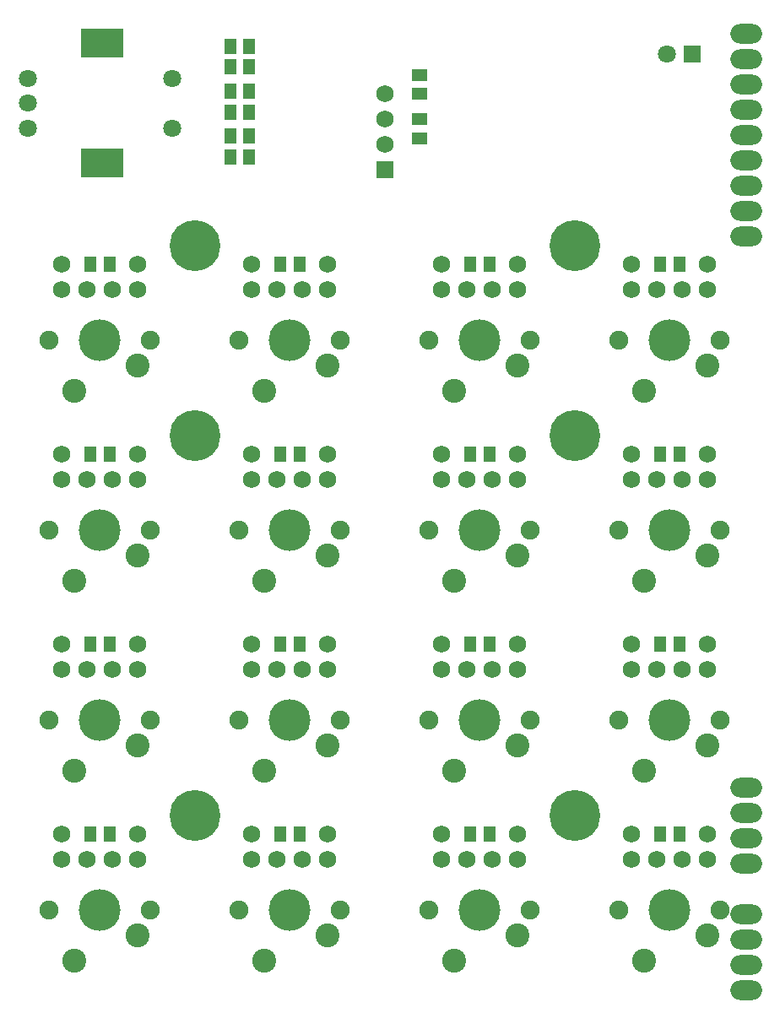
<source format=gts>
G04*
G04 #@! TF.GenerationSoftware,Altium Limited,Altium Designer,22.5.1 (42)*
G04*
G04 Layer_Color=8388736*
%FSLAX25Y25*%
%MOIN*%
G70*
G04*
G04 #@! TF.SameCoordinates,32CAE8D4-DEE8-46DF-9E53-7CF4BD0C5003*
G04*
G04*
G04 #@! TF.FilePolarity,Negative*
G04*
G01*
G75*
%ADD14R,0.06312X0.05131*%
%ADD15R,0.05131X0.06312*%
%ADD16R,0.16548X0.11824*%
%ADD17O,0.12611X0.07690*%
%ADD18R,0.06800X0.06800*%
%ADD19C,0.06800*%
%ADD20C,0.07099*%
%ADD21R,0.07099X0.07099*%
%ADD22C,0.07500*%
%ADD23C,0.09461*%
%ADD24C,0.16500*%
%ADD25C,0.20079*%
D14*
X163779Y367323D02*
D03*
Y359842D02*
D03*
Y342323D02*
D03*
Y349803D02*
D03*
D15*
X96457Y378740D02*
D03*
X88976D02*
D03*
Y370472D02*
D03*
X96457D02*
D03*
Y361024D02*
D03*
X88976D02*
D03*
X96457Y352756D02*
D03*
X88976D02*
D03*
Y343307D02*
D03*
X96457D02*
D03*
Y335039D02*
D03*
X88976D02*
D03*
X266237Y292501D02*
D03*
X258757D02*
D03*
X191237D02*
D03*
X183757D02*
D03*
X116237D02*
D03*
X108757D02*
D03*
X41238D02*
D03*
X33758D02*
D03*
X266237Y217501D02*
D03*
X258757D02*
D03*
X191237D02*
D03*
X183757D02*
D03*
X116237D02*
D03*
X108757D02*
D03*
X41238D02*
D03*
X33758D02*
D03*
X266237Y142500D02*
D03*
X258757D02*
D03*
X191237D02*
D03*
X183757D02*
D03*
X116237D02*
D03*
X108757D02*
D03*
X41238D02*
D03*
X33758D02*
D03*
X266237Y67500D02*
D03*
X258757D02*
D03*
X191237D02*
D03*
X183757D02*
D03*
X116237D02*
D03*
X108757D02*
D03*
X41238D02*
D03*
X33758D02*
D03*
D16*
X38482Y379873D02*
D03*
X38482Y332629D02*
D03*
D17*
X292618Y6102D02*
D03*
Y16102D02*
D03*
Y26102D02*
D03*
Y36102D02*
D03*
Y56102D02*
D03*
Y66102D02*
D03*
Y76102D02*
D03*
Y86102D02*
D03*
Y373661D02*
D03*
Y303661D02*
D03*
Y313661D02*
D03*
Y353661D02*
D03*
Y363661D02*
D03*
Y323661D02*
D03*
Y343661D02*
D03*
Y333661D02*
D03*
Y383661D02*
D03*
D18*
X149997Y329882D02*
D03*
D19*
Y339882D02*
D03*
Y349882D02*
D03*
Y359882D02*
D03*
X267497Y282501D02*
D03*
X257497D02*
D03*
X247497D02*
D03*
X277497D02*
D03*
Y292501D02*
D03*
X247497D02*
D03*
X192497Y282501D02*
D03*
X182497D02*
D03*
X172497D02*
D03*
X202497D02*
D03*
Y292501D02*
D03*
X172497D02*
D03*
X117497Y282501D02*
D03*
X107497D02*
D03*
X97497D02*
D03*
X127497D02*
D03*
Y292501D02*
D03*
X97497D02*
D03*
X42498Y282501D02*
D03*
X32498D02*
D03*
X22498D02*
D03*
X52498D02*
D03*
Y292501D02*
D03*
X22498D02*
D03*
X267497Y207501D02*
D03*
X257497D02*
D03*
X247497D02*
D03*
X277497D02*
D03*
Y217501D02*
D03*
X247497D02*
D03*
X192497Y207501D02*
D03*
X182497D02*
D03*
X172497D02*
D03*
X202497D02*
D03*
Y217501D02*
D03*
X172497D02*
D03*
X117497Y207501D02*
D03*
X107497D02*
D03*
X97497D02*
D03*
X127497D02*
D03*
Y217501D02*
D03*
X97497D02*
D03*
X42498Y207501D02*
D03*
X32498D02*
D03*
X22498D02*
D03*
X52498D02*
D03*
Y217501D02*
D03*
X22498D02*
D03*
X267497Y132500D02*
D03*
X257497D02*
D03*
X247497D02*
D03*
X277497D02*
D03*
Y142500D02*
D03*
X247497D02*
D03*
X192497Y132500D02*
D03*
X182497D02*
D03*
X172497D02*
D03*
X202497D02*
D03*
Y142500D02*
D03*
X172497D02*
D03*
X117497Y132500D02*
D03*
X107497D02*
D03*
X97497D02*
D03*
X127497D02*
D03*
Y142500D02*
D03*
X97497D02*
D03*
X42498Y132500D02*
D03*
X32498D02*
D03*
X22498D02*
D03*
X52498D02*
D03*
Y142500D02*
D03*
X22498D02*
D03*
X267497Y57500D02*
D03*
X257497D02*
D03*
X247497D02*
D03*
X277497D02*
D03*
Y67500D02*
D03*
X247497D02*
D03*
X192497Y57500D02*
D03*
X182497D02*
D03*
X172497D02*
D03*
X202497D02*
D03*
Y67500D02*
D03*
X172497D02*
D03*
X117497Y57500D02*
D03*
X107497D02*
D03*
X97497D02*
D03*
X127497D02*
D03*
Y67500D02*
D03*
X97497D02*
D03*
X42498Y57500D02*
D03*
X32498D02*
D03*
X22498D02*
D03*
X52498D02*
D03*
Y67500D02*
D03*
X22498D02*
D03*
D20*
X261339Y375590D02*
D03*
X66041Y346408D02*
D03*
Y366093D02*
D03*
X8955Y346408D02*
D03*
Y356251D02*
D03*
Y366093D02*
D03*
D21*
X271339Y375590D02*
D03*
D22*
X242497Y262501D02*
D03*
X282497D02*
D03*
X167497D02*
D03*
X207497D02*
D03*
X92497D02*
D03*
X132497D02*
D03*
X17498D02*
D03*
X57498D02*
D03*
X242497Y187501D02*
D03*
X282497D02*
D03*
X167497D02*
D03*
X207497D02*
D03*
X92497D02*
D03*
X132497D02*
D03*
X17498D02*
D03*
X57498D02*
D03*
X242497Y112500D02*
D03*
X282497D02*
D03*
X167497D02*
D03*
X207497D02*
D03*
X92497D02*
D03*
X132497D02*
D03*
X17498D02*
D03*
X57498D02*
D03*
X242497Y37500D02*
D03*
X282497D02*
D03*
X167497D02*
D03*
X207497D02*
D03*
X92497D02*
D03*
X132497D02*
D03*
X17498D02*
D03*
X57498D02*
D03*
D23*
X252497Y242501D02*
D03*
X277497Y252501D02*
D03*
X177497Y242501D02*
D03*
X202497Y252501D02*
D03*
X102497Y242501D02*
D03*
X127497Y252501D02*
D03*
X27498Y242501D02*
D03*
X52498Y252501D02*
D03*
X252497Y167501D02*
D03*
X277497Y177501D02*
D03*
X177497Y167501D02*
D03*
X202497Y177501D02*
D03*
X102497Y167501D02*
D03*
X127497Y177501D02*
D03*
X27498Y167501D02*
D03*
X52498Y177501D02*
D03*
X252497Y92500D02*
D03*
X277497Y102500D02*
D03*
X177497Y92500D02*
D03*
X202497Y102500D02*
D03*
X102497Y92500D02*
D03*
X127497Y102500D02*
D03*
X27498Y92500D02*
D03*
X52498Y102500D02*
D03*
X252497Y17500D02*
D03*
X277497Y27500D02*
D03*
X177497Y17500D02*
D03*
X202497Y27500D02*
D03*
X102497Y17500D02*
D03*
X127497Y27500D02*
D03*
X27498Y17500D02*
D03*
X52498Y27500D02*
D03*
D24*
X262497Y262501D02*
D03*
X187497D02*
D03*
X112497D02*
D03*
X37498D02*
D03*
X262497Y187501D02*
D03*
X187497D02*
D03*
X112497D02*
D03*
X37498D02*
D03*
X262497Y112500D02*
D03*
X187497D02*
D03*
X112497D02*
D03*
X37498D02*
D03*
X262497Y37500D02*
D03*
X187497D02*
D03*
X112497D02*
D03*
X37498D02*
D03*
D25*
X224997Y300001D02*
D03*
X74997D02*
D03*
X224997Y225001D02*
D03*
X74997D02*
D03*
X224997Y75000D02*
D03*
X74997D02*
D03*
M02*

</source>
